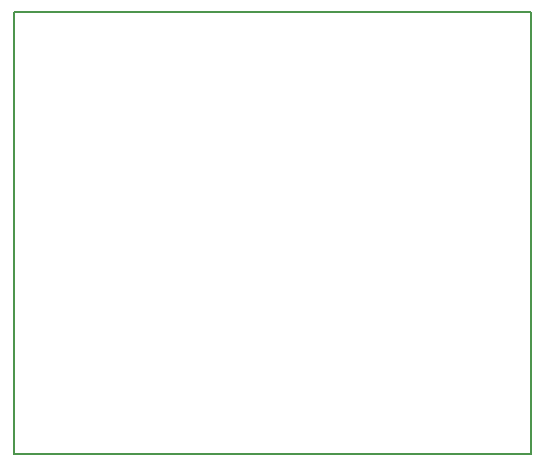
<source format=gbr>
G04 DipTrace 2.4.0.2*
%INBoardOutline.gbr*%
%MOIN*%
%ADD11C,0.0055*%
%FSLAX44Y44*%
G04*
G70*
G90*
G75*
G01*
%LNBoardOutline*%
%LPD*%
X0Y0D2*
D11*
X17250D1*
Y14750D1*
X0D1*
Y0D1*
M02*

</source>
